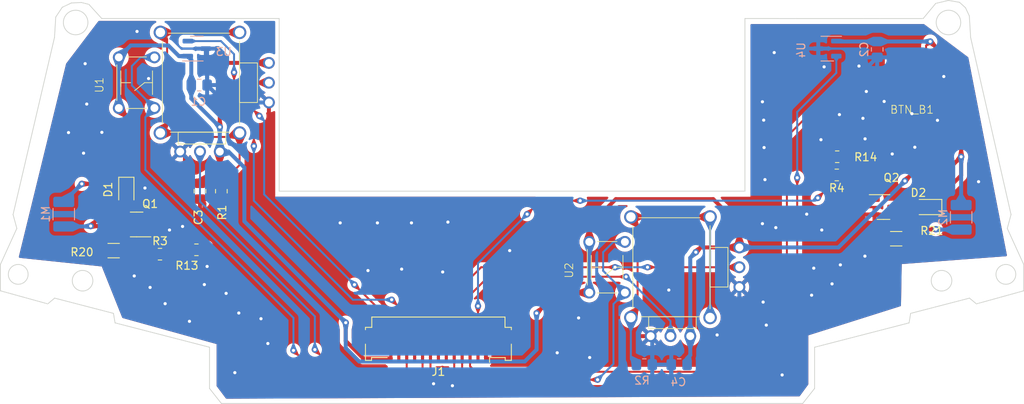
<source format=kicad_pcb>
(kicad_pcb (version 20221018) (generator pcbnew)
  (layers (0 "F.Cu" signal) (31 "B.Cu" signal) (34 "B.Paste" user) (35 "F.Paste" user) (36 "B.SilkS" user "B.Silkscreen") (37 "F.SilkS" user "F.Silkscreen") (38 "B.Mask" user) (39 "F.Mask" user) (44 "Edge.Cuts" user))
  (net 0 "")
  (net 1 "+3V3")
  (net 2 "/BTN_B")
  (net 3 "GND")
  (net 4 "Net-(D1-A)")
  (net 5 "Net-(D2-A)")
  (net 6 "/MOTOR1")
  (net 7 "Net-(Q1-D)")
  (net 8 "/MOTOR2")
  (net 9 "Net-(Q2-D)")
  (net 10 "Net-(U1-Shield)")
  (net 11 "Net-(U2-Shield)")
  (net 12 "/LEFT_X")
  (net 13 "/LEFT_Y")
  (net 14 "/LEFT_HALL")
  (net 15 "/RIGHT_X")
  (net 16 "/RIGHT_Y")
  (net 17 "/RIGHT_HALL")
  (net 18 "/LEFT_BTN")
  (net 19 "/RIGHT_BTN")
  (net 20 "Net-(Q1-G)")
  (net 21 "Net-(Q2-G)")
  (footprint "Package_TO_SOT_SMD:SOT-23-3" (layer "F.Cu") (at 188 124.3)
    (fp_text reference "Q2" (at 1 -3.7) (layer "F.SilkS"))
    (fp_text value "AO3400A")
    (pad "1" smd roundrect (at -1.1375 -0.95) (size 1.325 0.6) (layers "F.Cu" "F.Paste" "F.Mask") (net 21 "Net-(Q2-G)"))
    (pad "2" smd roundrect (at -1.1375 0.95) (size 1.325 0.6) (layers "F.Cu" "F.Paste" "F.Mask") (net 3 "GND"))
    (pad "3" smd roundrect (at 1.1375 0) (size 1.325 0.6) (layers "F.Cu" "F.Paste" "F.Mask") (net 9 "Net-(Q2-D)"))
  )
  (footprint "stick:touch" (layer "F.Cu") (at 191.2 108)
    (fp_text reference "BTN_B1" (at 0.4 4 unlocked) (layer "F.SilkS") (effects (font (thickness 0.1))))
    (fp_text value "SW_PUSH" hide)
    (pad "1" smd roundrect (at -0.05 -2.09375) (size 3.35 0.6875) (layers "F.Cu" "F.Paste" "F.Mask") (net 1 "+3V3"))
    (pad "1" smd roundrect (at -0.05 0.00625) (size 3.35 0.6875) (layers "F.Cu" "F.Paste" "F.Mask") (net 1 "+3V3"))
    (pad "1" smd roundrect (at -0.05 2.05) (size 3.35 0.6875) (layers "F.Cu" "F.Paste" "F.Mask") (net 1 "+3V3"))
    (pad "1" smd roundrect (at 2.175 -2.1 90) (size 0.6 0.35) (layers "F.Cu" "F.Paste" "F.Mask") (net 1 "+3V3"))
    (pad "1" smd roundrect (at 2.175 0 90) (size 0.6 0.35) (layers "F.Cu" "F.Paste" "F.Mask") (net 1 "+3V3"))
    (pad "1" smd roundrect (at 2.175 2.044867 90) (size 0.589734 0.35) (layers "F.Cu" "F.Paste" "F.Mask") (net 1 "+3V3"))
    (pad "2" smd roundrect (at -2.35 -2.1 90) (size 0.684374 0.36875) (layers "F.Cu" "F.Paste" "F.Mask") (net 2 "/BTN_B"))
    (pad "2" smd roundrect (at -2.35 -1.05 90) (size 0.684374 0.36875) (layers "F.Cu" "F.Paste" "F.Mask") (net 2 "/BTN_B"))
    (pad "2" smd roundrect (at -2.35 1.05 90) (size 0.634375 0.36875) (layers "F.Cu" "F.Paste" "F.Mask") (net 2 "/BTN_B"))
    (pad "2" smd roundrect (at -2.35 2.05 90) (size 0.684374 0.36875) (layers "F.Cu" "F.Paste" "F.Mask") (net 2 "/BTN_B"))
    (pad "2" smd roundrect (at -0.05 -1.05) (size 3.35 0.6875) (layers "F.Cu" "F.Paste" "F.Mask") (net 2 "/BTN_B"))
    (pad "2" smd roundrect (at -0.05 1.05) (size 3.35 0.6875) (layers "F.Cu" "F.Paste" "F.Mask") (net 2 "/BTN_B"))
  )
  (footprint "stick:GULI" (layer "F.Cu") (at 161.1 131.9 90)
    (fp_text reference "U2" (at -0.4 -12.8 90 unlocked) (layer "F.SilkS") (effects (font (thickness 0.1))))
    (fp_text value "GULI" hide)
    (pad "1" thru_hole circle (at -8.7 -2.5 180) (size 1.5 1.5) (drill 1) (layers "*.Cu" "*.Mask") (net 3 "GND"))
    (pad "1" thru_hole circle (at -2.5 8.7 90) (size 1.5 1.5) (drill 1) (layers "*.Cu" "*.Mask") (net 3 "GND"))
    (pad "2" thru_hole circle (at -8.7 2.5 180) (size 1.5 1.5) (drill 1) (layers "*.Cu" "*.Mask") (net 1 "+3V3"))
    (pad "2" thru_hole circle (at 2.5 8.7 90) (size 1.5 1.5) (drill 1) (layers "*.Cu" "*.Mask") (net 1 "+3V3"))
    (pad "3" thru_hole circle (at -6.35 -5 90) (size 1.7 1.7) (drill 1.2) (layers "*.Cu" "*.Mask") (net 11 "Net-(U2-Shield)"))
    (pad "3" thru_hole circle (at -6.35 5 90) (size 1.7 1.7) (drill 1.2) (layers "*.Cu" "*.Mask") (net 11 "Net-(U2-Shield)"))
    (pad "3" thru_hole circle (at 6.35 -5 90) (size 1.7 1.7) (drill 1.2) (layers "*.Cu" "*.Mask") (net 11 "Net-(U2-Shield)"))
    (pad "3" thru_hole circle (at 6.35 5 90) (size 1.7 1.7) (drill 1.2) (layers "*.Cu" "*.Mask") (net 11 "Net-(U2-Shield)"))
    (pad "4" thru_hole circle (at -3.2 -5.75 180) (size 1.5 1.5) (drill 1) (layers "*.Cu" "*.Mask") (net 19 "/RIGHT_BTN"))
    (pad "4" thru_hole circle (at 3.2 -5.75 180) (size 1.5 1.5) (drill 1) (layers "*.Cu" "*.Mask") (net 19 "/RIGHT_BTN"))
    (pad "5" thru_hole circle (at -3.2 -10.25 180) (size 1.5 1.5) (drill 1) (layers "*.Cu" "*.Mask") (net 1 "+3V3"))
    (pad "5" thru_hole circle (at 3.2 -10.25 180) (size 1.5 1.5) (drill 1) (layers "*.Cu" "*.Mask") (net 1 "+3V3"))
    (pad "6" thru_hole circle (at -8.7 0 180) (size 1.5 1.5) (drill 1) (layers "*.Cu" "*.Mask") (net 16 "/RIGHT_Y"))
    (pad "7" thru_hole circle (at 0 8.7 90) (size 1.5 1.5) (drill 1) (layers "*.Cu" "*.Mask") (net 15 "/RIGHT_X"))
  )
  (footprint "stick:GULI" (layer "F.Cu") (at 101.7 108.6 90)
    (fp_text reference "U1" (at -0.3 -12.7 90 unlocked) (layer "F.SilkS") (effects (font (thickness 0.1))))
    (fp_text value "GULI" hide)
    (pad "1" thru_hole circle (at -8.7 -2.5 180) (size 1.5 1.5) (drill 1) (layers "*.Cu" "*.Mask") (net 3 "GND"))
    (pad "1" thru_hole circle (at -2.5 8.7 90) (size 1.5 1.5) (drill 1) (layers "*.Cu" "*.Mask") (net 3 "GND"))
    (pad "2" thru_hole circle (at -8.7 2.5 180) (size 1.5 1.5) (drill 1) (layers "*.Cu" "*.Mask") (net 1 "+3V3"))
    (pad "2" thru_hole circle (at 2.5 8.7 90) (size 1.5 1.5) (drill 1) (layers "*.Cu" "*.Mask") (net 1 "+3V3"))
    (pad "3" thru_hole circle (at -6.35 -5 90) (size 1.7 1.7) (drill 1.2) (layers "*.Cu" "*.Mask") (net 10 "Net-(U1-Shield)"))
    (pad "3" thru_hole circle (at -6.35 5 90) (size 1.7 1.7) (drill 1.2) (layers "*.Cu" "*.Mask") (net 10 "Net-(U1-Shield)"))
    (pad "3" thru_hole circle (at 6.35 -5 90) (size 1.7 1.7) (drill 1.2) (layers "*.Cu" "*.Mask") (net 10 "Net-(U1-Shield)"))
    (pad "3" thru_hole circle (at 6.35 5 90) (size 1.7 1.7) (drill 1.2) (layers "*.Cu" "*.Mask") (net 10 "Net-(U1-Shield)"))
    (pad "4" thru_hole circle (at -3.2 -5.75 180) (size 1.5 1.5) (drill 1) (layers "*.Cu" "*.Mask") (net 18 "/LEFT_BTN"))
    (pad "4" thru_hole circle (at 3.2 -5.75 180) (size 1.5 1.5) (drill 1) (layers "*.Cu" "*.Mask") (net 18 "/LEFT_BTN"))
    (pad "5" thru_hole circle (at -3.2 -10.25 180) (size 1.5 1.5) (drill 1) (layers "*.Cu" "*.Mask") (net 1 "+3V3"))
    (pad "5" thru_hole circle (at 3.2 -10.25 180) (size 1.5 1.5) (drill 1) (layers "*.Cu" "*.Mask") (net 1 "+3V3"))
    (pad "6" thru_hole circle (at -8.7 0 180) (size 1.5 1.5) (drill 1) (layers "*.Cu" "*.Mask") (net 13 "/LEFT_Y"))
    (pad "7" thru_hole circle (at 0 8.7 90) (size 1.5 1.5) (drill 1) (layers "*.Cu" "*.Mask") (net 12 "/LEFT_X"))
  )
  (footprint "Resistor_SMD:R_0805_2012Metric_Pad1.20x1.40mm_HandSolder" (layer "F.Cu") (at 96.65 130.25)
    (fp_text reference "R3" (at 0 -1.65) (layer "F.SilkS"))
    (fp_text value "1K")
    (pad "1" smd roundrect (at -1 0) (size 1.2 1.4) (layers "F.Cu" "F.Paste" "F.Mask") (roundrect_rratio 0.208333) (net 20 "Net-(Q1-G)"))
    (pad "2" smd roundrect (at 1 0) (size 1.2 1.4) (layers "F.Cu" "F.Paste" "F.Mask") (roundrect_rratio 0.208333) (net 6 "/MOTOR1"))
  )
  (footprint "Resistor_SMD:R_0805_2012Metric_Pad1.20x1.40mm_HandSolder" (layer "F.Cu") (at 182.1 120.25 180)
    (fp_text reference "R4" (at 0 -1.65) (layer "F.SilkS"))
    (fp_text value "1K")
    (pad "1" smd roundrect (at -1 0 180) (size 1.2 1.4) (layers "F.Cu" "F.Paste" "F.Mask") (roundrect_rratio 0.208333) (net 21 "Net-(Q2-G)"))
    (pad "2" smd roundrect (at 1 0 180) (size 1.2 1.4) (layers "F.Cu" "F.Paste" "F.Mask") (roundrect_rratio 0.208333) (net 8 "/MOTOR2"))
  )
  (footprint "Resistor_SMD:R_0805_2012Metric_Pad1.20x1.40mm_HandSolder" (layer "F.Cu") (at 182.15 117.95 180)
    (fp_text reference "R14" (at -3.6 -0.05) (layer "F.SilkS"))
    (fp_text value "10K")
    (pad "1" smd roundrect (at -1 0 180) (size 1.2 1.4) (layers "F.Cu" "F.Paste" "F.Mask") (roundrect_rratio 0.208333) (net 3 "GND"))
    (pad "2" smd roundrect (at 1 0 180) (size 1.2 1.4) (layers "F.Cu" "F.Paste" "F.Mask") (roundrect_rratio 0.208333) (net 8 "/MOTOR2"))
  )
  (footprint "Connector_FFC-FPC:Molex_200528-0130_1x13-1MP_P1.00mm_Horizontal" (layer "F.Cu") (at 131.8 142.49 180)
    (fp_text reference "J1" (at 0 -2.61) (layer "F.SilkS"))
    (fp_text value "Conn_01x13_Pin")
    (pad "1" smd rect (at -6 -0.91 180) (size 0.4 1) (layers "F.Cu" "F.Paste" "F.Mask") (net 3 "GND"))
    (pad "2" smd rect (at -5 -0.91 180) (size 0.4 1) (layers "F.Cu" "F.Paste" "F.Mask") (net 8 "/MOTOR2"))
    (pad "3" smd rect (at -4 -0.91 180) (size 0.4 1) (layers "F.Cu" "F.Paste" "F.Mask") (net 2 "/BTN_B"))
    (pad "4" smd rect (at -3 -0.91 180) (size 0.4 1) (layers "F.Cu" "F.Paste" "F.Mask") (net 19 "/RIGHT_BTN"))
    (pad "5" smd rect (at -2 -0.91 180) (size 0.4 1) (layers "F.Cu" "F.Paste" "F.Mask") (net 17 "/RIGHT_HALL"))
    (pad "6" smd rect (at -1 -0.91 180) (size 0.4 1) (layers "F.Cu" "F.Paste" "F.Mask") (net 16 "/RIGHT_Y"))
    (pad "7" smd rect (at 0 -0.91 180) (size 0.4 1) (layers "F.Cu" "F.Paste" "F.Mask") (net 15 "/RIGHT_X"))
    (pad "8" smd rect (at 1 -0.91 180) (size 0.4 1) (layers "F.Cu" "F.Paste" "F.Mask") (net 6 "/MOTOR1"))
    (pad "9" smd rect (at 2 -0.91 180) (size 0.4 1) (layers "F.Cu" "F.Paste" "F.Mask") (net 18 "/LEFT_BTN"))
    (pad "10" smd rect (at 3 -0.91 180) (size 0.4 1) (layers "F.Cu" "F.Paste" "F.Mask") (net 14 "/LEFT_HALL"))
    (pad "11" smd rect (at 4 -0.91 180) (size 0.4 1) (layers "F.Cu" "F.Paste" "F.Mask") (net 13 "/LEFT_Y"))
    (pad "12" smd rect (at 5 -0.91 180) (size 0.4 1) (layers "F.Cu" "F.Paste" "F.Mask") (net 12 "/LEFT_X"))
    (pad "13" smd rect (at 6 -0.91 180) (size 0.4 1) (layers "F.Cu" "F.Paste" "F.Mask") (net 1 "+3V3"))
    (pad "MP" smd rect (at -8.8 1.79 180) (size 2 1.3) (layers "F.Cu" "F.Paste" "F.Mask"))
    (pad "MP" smd rect (at 8.8 1.79 180) (size 2 1.3) (layers "F.Cu" "F.Paste" "F.Mask"))
  )
  (footprint "Resistor_SMD:R_1206_3216Metric_Pad1.30x1.75mm_HandSolder" (layer "F.Cu") (at 90.8 129.8 180)
    (fp_text reference "R20" (at 4 -0.2) (layer "F.SilkS"))
    (fp_text value "10R")
    (pad "1" smd roundrect (at -1.55 0 180) (size 1.3 1.75) (layers "F.Cu" "F.Paste" "F.Mask") (roundrect_rratio 0.192308) (net 7 "Net-(Q1-D)"))
    (pad "2" smd roundrect (at 1.55 0 180) (size 1.3 1.75) (layers "F.Cu" "F.Paste" "F.Mask") (roundrect_rratio 0.192308) (net 4 "Net-(D1-A)"))
  )
  (footprint "Resistor_SMD:R_1206_3216Metric_Pad1.30x1.75mm_HandSolder" (layer "F.Cu") (at 189.6 128.3)
    (fp_text reference "R21" (at 4.5 -1) (layer "F.SilkS"))
    (fp_text value "10R")
    (pad "1" smd roundrect (at -1.55 0) (size 1.3 1.75) (layers "F.Cu" "F.Paste" "F.Mask") (roundrect_rratio 0.192308) (net 9 "Net-(Q2-D)"))
    (pad "2" smd roundrect (at 1.55 0) (size 1.3 1.75) (layers "F.Cu" "F.Paste" "F.Mask") (roundrect_rratio 0.192308) (net 5 "Net-(D2-A)"))
  )
  (footprint "Resistor_SMD:R_0805_2012Metric_Pad1.20x1.40mm_HandSolder" (layer "F.Cu") (at 101.7 122.3 -90)
    (fp_text reference "C3" (at 3.3 0.2 90) (layer "F.SilkS"))
    (fp_text value "100nF")
    (pad "1" smd roundrect (at -1 0 270) (size 1.2 1.4) (layers "F.Cu" "F.Paste" "F.Mask") (roundrect_rratio 0.208333) (net 1 "+3V3"))
    (pad "2" smd roundrect (at 1 0 270) (size 1.2 1.4) (layers "F.Cu" "F.Paste" "F.Mask") (roundrect_rratio 0.208333) (net 3 "GND"))
  )
  (footprint "Diode_SMD:D_0805_2012Metric_Pad1.15x1.40mm_HandSolder" (layer "F.Cu") (at 193.5 124.3 180)
    (fp_text reference "D2" (at 1.1 1.8) (layer "F.SilkS"))
    (fp_text value "D")
    (pad "1" smd roundrect (at -1.025 0 180) (size 1.15 1.4) (layers "F.Cu" "F.Paste" "F.Mask") (roundrect_rratio 0.217391) (net 1 "+3V3"))
    (pad "2" smd roundrect (at 1.025 0 180) (size 1.15 1.4) (layers "F.Cu" "F.Paste" "F.Mask") (roundrect_rratio 0.217391) (net 5 "Net-(D2-A)"))
  )
  (footprint "Package_TO_SOT_SMD:SOT-23-3" (layer "F.Cu") (at 93.7 126.5 180)
    (fp_text reference "Q1" (at -1.7 2.6) (layer "F.SilkS"))
    (fp_text value "AO3400A")
    (pad "1" smd roundrect (at -1.1375 -0.95 180) (size 1.325 0.6) (layers "F.Cu" "F.Paste" "F.Mask") (net 20 "Net-(Q1-G)"))
    (pad "2" smd roundrect (at -1.1375 0.95 180) (size 1.325 0.6) (layers "F.Cu" "F.Paste" "F.Mask") (net 3 "GND"))
    (pad "3" smd roundrect (at 1.1375 0 180) (size 1.325 0.6) (layers "F.Cu" "F.Paste" "F.Mask") (net 7 "Net-(Q1-D)"))
  )
  (footprint "Resistor_SMD:R_0805_2012Metric_Pad1.20x1.40mm_HandSolder" (layer "F.Cu") (at 101.25 129.7 180)
    (fp_text reference "R13" (at 1.2 -2) (layer "F.SilkS"))
    (fp_text value "10K")
    (pad "1" smd roundrect (at -1 0 180) (size 1.2 1.4) (layers "F.Cu" "F.Paste" "F.Mask") (roundrect_rratio 0.208333) (net 3 "GND"))
    (pad "2" smd roundrect (at 1 0 180) (size 1.2 1.4) (layers "F.Cu" "F.Paste" "F.Mask") (roundrect_rratio 0.208333) (net 6 "/MOTOR1"))
  )
  (footprint "Diode_SMD:D_0805_2012Metric_Pad1.15x1.40mm_HandSolder" (layer "F.Cu") (at 92.4 122.4 -90)
    (fp_text reference "D1" (at -0.3 2.3 90) (layer "F.SilkS"))
    (fp_text value "D")
    (pad "1" smd roundrect (at -1.025 0 270) (size 1.15 1.4) (layers "F.Cu" "F.Paste" "F.Mask") (roundrect_rratio 0.217391) (net 1 "+3V3"))
    (pad "2" smd roundrect (at 1.025 0 270) (size 1.15 1.4) (layers "F.Cu" "F.Paste" "F.Mask") (roundrect_rratio 0.217391) (net 4 "Net-(D1-A)"))
  )
  (footprint "Resistor_SMD:R_0805_2012Metric_Pad1.20x1.40mm_HandSolder" (layer "F.Cu") (at 104.4 122.3 90)
    (fp_text reference "R1" (at -2.7 0.1 90) (layer "F.SilkS"))
    (fp_text value "1M")
    (pad "1" smd roundrect (at -1 0 90) (size 1.2 1.4) (layers "F.Cu" "F.Paste" "F.Mask") (roundrect_rratio 0.208333) (net 3 "GND"))
    (pad "2" smd roundrect (at 1 0 90) (size 1.2 1.4) (layers "F.Cu" "F.Paste" "F.Mask") (roundrect_rratio 0.208333) (net 10 "Net-(U1-Shield)"))
  )
  (footprint "Resistor_SMD:R_0805_2012Metric_Pad1.20x1.40mm_HandSolder" (layer "B.Cu") (at 101.6 108.9)
    (fp_text reference "C1" (at -0.1 2.1) (layer "B.SilkS") (effects (justify mirror)))
    (fp_text value "100nF")
    (pad "1" smd roundrect (at -1 0) (size 1.2 1.4) (layers "B.Cu" "B.Paste" "B.Mask") (roundrect_rratio 0.208333) (net 1 "+3V3"))
    (pad "2" smd roundrect (at 1 0) (size 1.2 1.4) (layers "B.Cu" "B.Paste" "B.Mask") (roundrect_rratio 0.208333) (net 3 "GND"))
  )
  (footprint "Resistor_SMD:R_0805_2012Metric_Pad1.20x1.40mm_HandSolder" (layer "B.Cu") (at 187.2 104.4 -90)
    (fp_text reference "C2" (at 0 1.65 -270) (layer "B.SilkS") (effects (justify mirror)))
    (fp_text value "100nF")
    (pad "1" smd roundrect (at -1 0 270) (size 1.2 1.4) (layers "B.Cu" "B.Paste" "B.Mask") (roundrect_rratio 0.208333) (net 1 "+3V3"))
    (pad "2" smd roundrect (at 1 0 270) (size 1.2 1.4) (layers "B.Cu" "B.Paste" "B.Mask") (roundrect_rratio 0.208333) (net 3 "GND"))
  )
  (footprint "Package_TO_SOT_SMD:SOT-23-3" (layer "B.Cu") (at 101.3 104.3)
    (fp_text reference "U3" (at 3.4 0.4) (layer "B.SilkS") (effects (justify mirror)))
    (fp_text value "DRV5055A1xDBZxQ1")
    (pad "1" smd roundrect (at -1.1375 0.95) (size 1.325 0.6) (layers "B.Cu" "B.Paste" "B.Mask") (net 1 "+3V3"))
    (pad "2" smd roundrect (at -1.1375 -0.95) (size 1.325 0.6) (layers "B.Cu" "B.Paste" "B.Mask") (net 14 "/LEFT_HALL"))
    (pad "3" smd roundrect (at 1.1375 0) (size 1.325 0.6) (layers "B.Cu" "B.Paste" "B.Mask") (net 3 "GND"))
  )
  (footprint "Package_TO_SOT_SMD:SOT-23-3" (layer "B.Cu") (at 180.9 104.3 180)
    (fp_text reference "U4" (at 3.3 -0.2 90) (layer "B.SilkS") (effects (justify mirror)))
    (fp_text value "DRV5055A1xDBZxQ1")
    (pad "1" smd roundrect (at -1.1375 0.95 180) (size 1.325 0.6) (layers "B.Cu" "B.Paste" "B.Mask") (net 1 "+3V3"))
    (pad "2" smd roundrect (at -1.1375 -0.95 180) (size 1.325 0.6) (layers "B.Cu" "B.Paste" "B.Mask") (net 17 "/RIGHT_HALL"))
    (pad "3" smd roundrect (at 1.1375 0 180) (size 1.325 0.6) (layers "B.Cu" "B.Paste" "B.Mask") (net 3 "GND"))
  )
  (footprint "Resistor_SMD:R_0805_2012Metric_Pad1.20x1.40mm_HandSolder" (layer "B.Cu") (at 157.8 144.2 180)
    (fp_text reference "R2" (at 0.3 -2) (layer "B.SilkS") (effects (justify mirror)))
    (fp_text value "1M")
    (pad "1" smd roundrect (at -1 0 180) (size 1.2 1.4) (layers "B.Cu" "B.Paste" "B.Mask") (roundrect_rratio 0.208333) (net 3 "GND"))
    (pad "2" smd roundrect (at 1 0 180) (size 1.2 1.4) (layers "B.Cu" "B.Paste" "B.Mask") (roundrect_rratio 0.208333) (net 11 "Net-(U2-Shield)"))
  )
  (footprint "Resistor_SMD:R_0805_2012Metric_Pad1.20x1.40mm_HandSolder" (layer "B.Cu") (at 162.2 144.2 180)
    (fp_text reference "C4" (at 0.1 -2.2) (layer "B.SilkS") (effects (justify mirror)))
    (fp_text value "100nF")
    (pad "1" smd roundrect (at -1 0 180) (size 1.2 1.4) (layers "B.Cu" "B.Paste" "B.Mask") (roundrect_rratio 0.208333) (net 1 "+3V3"))
    (pad "2" smd roundrect (at 1 0 180) (size 1.2 1.4) (layers "B.Cu" "B.Paste" "B.Mask") (roundrect_rratio 0.208333) (net 3 "GND"))
  )
  (footprint "Resistor_SMD:R_1210_3225Metric_Pad1.30x2.65mm_HandSolder" (layer "B.Cu") (at 197.8 125.6 -90)
    (fp_text reference "M2" (at 0 2.28 90) (layer "B.SilkS") (effects (justify mirror)))
    (fp_text value "Motor_DC")
    (pad "1" smd roundrect (at -1.55 0 270) (size 1.3 2.65) (layers "B.Cu" "B.Paste" "B.Mask") (roundrect_rratio 0.192308) (net 1 "+3V3"))
    (pad "2" smd roundrect (at 1.55 0 270) (size 1.3 2.65) (layers "B.Cu" "B.Paste" "B.Mask") (roundrect_rratio 0.192308) (net 5 "Net-(D2-A)"))
  )
  (footprint "Resistor_SMD:R_1210_3225Metric_Pad1.30x2.65mm_HandSolder" (layer "B.Cu") (at 84.5 125.2 -90)
    (fp_text reference "M1" (at 0 2.28 90) (layer "B.SilkS") (effects (justify mirror)))
    (fp_text value "Motor_DC")
    (pad "1" smd roundrect (at -1.55 0 270) (size 1.3 2.65) (layers "B.Cu" "B.Paste" "B.Mask") (roundrect_rratio 0.192308) (net 1 "+3V3"))
    (pad "2" smd roundrect (at 1.55 0 270) (size 1.3 2.65) (layers "B.Cu" "B.Paste" "B.Mask") (roundrect_rratio 0.192308) (net 4 "Net-(D1-A)"))
  )
  (gr_line (start 198.35 99.14) (end 198.83 100.16) (stroke (width 0.1)) (layer "Edge.Cuts"))
  (gr_line (start 205.7 134.875) (end 205.7 131.55) (stroke (width 0.1)) (layer "Edge.Cuts"))
  (gr_line (start 82.475 136.525) (end 76.5 134.875) (stroke (width 0.1)) (layer "Edge.Cuts"))
  (gr_line (start 83.49 100.31) (end 84.31 99.08) (stroke (width 0.1)) (layer "Edge.Cuts"))
  (gr_circle (center 195.325 133.6) (end 196.625 133.6) (stroke (width 0.1)) (fill none) (layer "Edge.Cuts"))
  (gr_line (start 179.3 147.2) (end 179.3 142) (stroke (width 0.1)) (layer "Edge.Cuts"))
  (gr_line (start 205.7 131.55) (end 203.625 127) (stroke (width 0.1)) (layer "Edge.Cuts"))
  (gr_line (start 82.475 136.525) (end 83.35 135.8) (stroke (width 0.1)) (layer "Edge.Cuts"))
  (gr_line (start 111.7 122.3) (end 111.7 100.5) (stroke (width 0.1)) (layer "Edge.Cuts"))
  (gr_line (start 76.5 131.55) (end 78.575 127) (stroke (width 0.1)) (layer "Edge.Cuts"))
  (gr_line (start 104.4 149.1) (end 102.9 147.2) (stroke (width 0.1)) (layer "Edge.Cuts"))
  (gr_circle (center 86 101) (end 87.55 101) (stroke (width 0.1)) (fill none) (layer "Edge.Cuts"))
  (gr_line (start 199.725 136.525) (end 205.7 134.875) (stroke (width 0.1)) (layer "Edge.Cuts"))
  (gr_line (start 177.8 149.1) (end 179.3 147.2) (stroke (width 0.1)) (layer "Edge.Cuts"))
  (gr_line (start 90.775 137.725) (end 83.35 135.8) (stroke (width 0.1)) (layer "Edge.Cuts"))
  (gr_line (start 78.575 127) (end 78.1 125.25) (stroke (width 0.1)) (layer "Edge.Cuts"))
  (gr_line (start 111.7 122.3) (end 170.5 122.3) (stroke (width 0.1)) (layer "Edge.Cuts"))
  (gr_line (start 196.19 98.21) (end 197.59 98.45) (stroke (width 0.1)) (layer "Edge.Cuts"))
  (gr_line (start 194.59 98.59) (end 196.19 98.21) (stroke (width 0.1)) (layer "Edge.Cuts"))
  (gr_line (start 90.975 138.925) (end 90.775 137.725) (stroke (width 0.1)) (layer "Edge.Cuts"))
  (gr_circle (center 86.875 133.6) (end 88.175 133.6) (stroke (width 0.1)) (fill none) (layer "Edge.Cuts"))
  (gr_line (start 76.5 134.875) (end 76.5 131.55) (stroke (width 0.1)) (layer "Edge.Cuts"))
  (gr_line (start 102.9 147.2) (end 102.9 142) (stroke (width 0.1)) (layer "Edge.Cuts"))
  (gr_line (start 193 100.50868) (end 194.59 98.59) (stroke (width 0.1)) (layer "Edge.Cuts"))
  (gr_line (start 83.49 100.31) (end 83.329344 102.89132) (stroke (width 0.1)) (layer "Edge.Cuts"))
  (gr_line (start 191.225 138.925) (end 191.425 137.725) (stroke (width 0.1)) (layer "Edge.Cuts"))
  (gr_line (start 203.625 127) (end 204.1 125.25) (stroke (width 0.1)) (layer "Edge.Cuts"))
  (gr_line (start 199 102.9) (end 204.1 125.25) (stroke (width 0.1)) (layer "Edge.Cuts"))
  (gr_line (start 170.5 100.5) (end 193 100.50868) (stroke (width 0.1)) (layer "Edge.Cuts"))
  (gr_line (start 191.425 137.725) (end 198.85 135.8) (stroke (width 0.1)) (layer "Edge.Cuts"))
  (gr_line (start 86.74 98.48) (end 87.67 98.71) (stroke (width 0.1)) (layer "Edge.Cuts"))
  (gr_line (start 78.1 125.25) (end 83.329344 102.89132) (stroke (width 0.1)) (layer "Edge.Cuts"))
  (gr_line (start 111.7 100.5) (end 89.3 100.5) (stroke (width 0.1)) (layer "Edge.Cuts"))
  (gr_line (start 87.67 98.71) (end 89.3 100.5) (stroke (width 0.1)) (layer "Edge.Cuts"))
  (gr_line (start 170.5 122.3) (end 170.5 100.5) (stroke (width 0.1)) (layer "Edge.Cuts"))
  (gr_circle (center 78.75 132.8) (end 80 132.8) (stroke (width 0.1)) (fill none) (layer "Edge.Cuts"))
  (gr_line (start 85.47 98.53) (end 86.74 98.48) (stroke (width 0.1)) (layer "Edge.Cuts"))
  (gr_line (start 104.4 149.1) (end 177.8 149.1) (stroke (width 0.1)) (layer "Edge.Cuts"))
  (gr_circle (center 196.2 101) (end 197.75 101) (stroke (width 0.1)) (fill none) (layer "Edge.Cuts"))
  (gr_line (start 197.59 98.45) (end 198.35 99.14) (stroke (width 0.1)) (layer "Edge.Cuts"))
  (gr_circle (center 203.45 132.8) (end 204.7 132.8) (stroke (width 0.1)) (fill none) (layer "Edge.Cuts"))
  (gr_line (start 179.3 142) (end 191.225 138.925) (stroke (width 0.1)) (layer "Edge.Cuts"))
  (gr_line (start 198.85 135.8) (end 199.725 136.525) (stroke (width 0.1)) (layer "Edge.Cuts"))
  (gr_line (start 199 102.9) (end 198.83 100.16) (stroke (width 0.1)) (layer "Edge.Cuts"))
  (gr_line (start 102.9 142) (end 90.975 138.925) (stroke (width 0.1)) (layer "Edge.Cuts"))
  (gr_line (start 84.31 99.08) (end 85.47 98.53) (stroke (width 0.1)) (layer "Edge.Cuts"))
  (segment (start 104.2 118.8) (end 104.2 117.3) (width 0.5) (layer "F.Cu") (net 1))
  (segment (start 166.5 123.3) (end 169.8 126.6) (width 0.5) (layer "F.Cu") (net 1))
  (segment (start 191.15 110.05) (end 193.369867 110.05) (width 0.25) (layer "F.Cu") (net 1))
  (segment (start 104.9 106.1) (end 110.4 106.1) (width 0.5) (layer "F.Cu") (net 1))
  (segment (start 193.375 110.044867) (end 193.375 105.9) (width 0.25) (layer "F.Cu") (net 1))
  (segment (start 101.7 121.3) (end 104.2 118.8) (width 0.5) (layer "F.Cu") (net 1))
  (segment (start 150.85 126.65) (end 154.2 123.3) (width 0.5) (layer "F.Cu") (net 1))
  (segment (start 191.5 120.2) (end 195.55 120.2) (width 0.5) (layer "F.Cu") (net 1))
  (segment (start 104.2 106.8) (end 104.9 106.1) (width 0.5) (layer "F.Cu") (net 1))
  (segment (start 193.369867 110.05) (end 193.375 110.044867) (width 0.25) (layer "F.Cu") (net 1))
  (segment (start 194.525 124.3) (end 194.525 123.575) (width 0.5) (layer "F.Cu") (net 1))
  (segment (start 92.3 112.65) (end 92.3 121.275) (width 0.5) (layer "F.Cu") (net 1))
  (segment (start 144.2 137.7) (end 146.8 135.1) (width 0.5) (layer "F.Cu") (net 1))
  (segment (start 197.8 112.9) (end 197.8 107.3) (width 0.5) (layer "F.Cu") (net 1))
  (segment (start 193.375 105.9) (end 193.375 103.925) (width 0.25) (layer "F.Cu") (net 1))
  (segment (start 104.2 114.2) (end 104.2 106.8) (width 0.5) (layer "F.Cu") (net 1))
  (segment (start 164.3 130) (end 164.9 129.4) (width 0.5) (layer "F.Cu") (net 1))
  (segment (start 193.375 103.925) (end 193.9 103.4) (width 0.25) (layer "F.Cu") (net 1))
  (segment (start 169.8 126.6) (end 169.8 129.4) (width 0.5) (layer "F.Cu") (net 1))
  (segment (start 191.15 108.00625) (end 193.36875 108.00625) (width 0.25) (layer "F.Cu") (net 1))
  (segment (start 197.8 120.3) (end 197.8 117.95) (width 0.5) (layer "F.Cu") (net 1))
  (segment (start 92.3 121.275) (end 92.4 121.375) (width 0.5) (layer "F.Cu") (net 1))
  (segment (start 164.9 129.4) (end 169.8 129.4) (width 0.5) (layer "F.Cu") (net 1))
  (segment (start 191.15 105.90625) (end 193.36875 105.90625) (width 0.25) (layer "F.Cu") (net 1))
  (segment (start 150.85 128.7) (end 150.85 126.65) (width 0.5) (layer "F.Cu") (net 1))
  (segment (start 190.7 121) (end 191.5 120.2) (width 0.5) (layer "F.Cu") (net 1))
  (segment (start 193.36875 108.00625) (end 193.375 108) (width 0.25) (layer "F.Cu") (net 1))
  (segment (start 197.8 107.3) (end 193.9 103.4) (width 0.5) (layer "F.Cu") (net 1))
  (segment (start 197.8 117.95) (end 197.8 112.9) (width 0.5) (layer "F.Cu") (net 1))
  (segment (start 86.775 121.375) (end 92.4 121.375) (width 0.5) (layer "F.Cu") (net 1))
  (segment (start 193.36875 105.90625) (end 193.375 105.9) (width 0.25) (layer "F.Cu") (net 1))
  (segment (start 120.1 138.9) (end 120.1 141.2) (width 0.5) (layer "F.Cu") (net 1))
  (segment (start 122.3 143.4) (end 125.8 143.4) (width 0.5) (layer "F.Cu") (net 1))
  (segment (start 194.525 123.575) (end 197.8 120.3) (width 0.5) (layer "F.Cu") (net 1))
  (segment (start 146.8 135.1) (end 150.85 135.1) (width 0.5) (layer "F.Cu") (net 1))
  (segment (start 91.45 111.8) (end 92.3 112.65) (width 0.5) (layer "F.Cu") (net 1))
  (segment (start 120.1 141.2) (end 122.3 143.4) (width 0.5) (layer "F.Cu") (net 1))
  (segment (start 195.55 120.2) (end 197.8 117.95) (width 0.5) (layer "F.Cu") (net 1))
  (segment (start 154.2 123.3) (end 166.5 123.3) (width 0.5) (layer "F.Cu") (net 1))
  (via (at 120.1 138.9) (size 0.8) (drill 0.4) (layers "F.Cu" "B.Cu") (net 1))
  (via (at 86.775 121.375) (size 0.8) (drill 0.4) (layers "F.Cu" "B.Cu") (net 1))
  (via (at 197.8 117.95) (size 0.8) (drill 0.4) (layers "F.Cu" "B.Cu") (net 1))
  (via (at 193.9 103.4) (size 0.8) (drill 0.4) (layers "F.Cu" "B.Cu") (net 1))
  (via (at 164.3 130) (size 0.8) (drill 0.4) (layers "F.Cu" "B.Cu") (net 1))
  (via (at 144.2 137.7) (size 0.8) (drill 0.4) (layers "F.Cu" "B.Cu") (net 1))
  (via (at 104.2 114.2) (size 0.8) (drill 0.4) (layers "F.Cu" "B.Cu") (net 1))
  (via (at 190.7 121) (size 0.8) (drill 0.4) (layers "F.Cu" "B.Cu") (net 1))
  (segment (start 182.0875 103.4) (end 182.0375 103.35) (width 0.5) (layer "B.Cu") (net 1))
  (segment (start 163.6 143) (end 163.6 140.6) (width 0.5) (layer "B.Cu") (net 1))
  (segment (start 163.6 130.7) (end 164.3 130) (width 0.5) (layer "B.Cu") (net 1))
  (segment (start 163.2 144.2) (end 163.2 143.4) (width 0.5) (layer "B.Cu") (net 1))
  (segment (start 100.1625 105.25) (end 99.05 105.25) (width 0.5) (layer "B.Cu") (net 1))
  (segment (start 142.7 143.8) (end 121.8 143.8) (width 0.5) (layer "B.Cu") (net 1))
  (segment (start 99.05 105.25) (end 97.7 103.9) (width 0.5) (layer "B.Cu") (net 1))
  (segment (start 104.2 114.2) (end 104.2 117.3) (width 0.5) (layer "B.Cu") (net 1))
  (segment (start 144.2 137.7) (end 144.2 142.3) (width 0.5) (layer "B.Cu") (net 1))
  (segment (start 97.7 103.9) (end 92.95 103.9) (width 0.5) (layer "B.Cu") (net 1))
  (segment (start 104.2 117.3) (end 105.3 117.3) (width 0.5) (layer "B.Cu") (net 1))
  (segment (start 100.6 110.6) (end 104.2 114.2) (width 0.5) (layer "B.Cu") (net 1))
  (segment (start 144.2 142.3) (end 142.7 143.8) (width 0.5) (layer "B.Cu") (net 1))
  (segment (start 107.3 126.1) (end 120.1 138.9) (width 0.5) (layer "B.Cu") (net 1))
  (segment (start 84.5 123.65) (end 86.775 121.375) (width 0.5) (layer "B.Cu") (net 1))
  (segment (start 105.3 117.3) (end 107.3 119.3) (width 0.5) (layer "B.Cu") (net 1))
  (segment (start 91.45 111.8) (end 91.45 105.4) (width 0.5) (layer "B.Cu") (net 1))
  (segment (start 187.2 103.4) (end 182.0875 103.4) (width 0.5) (layer "B.Cu") (net 1))
  (segment (start 100.6 108.9) (end 100.6 105.6875) (width 0.5) (layer "B.Cu") (net 1))
  (segment (start 100.6 105.6875) (end 100.1625 105.25) (width 0.5) (layer "B.Cu") (net 1))
  (segment (start 120.1 142.1) (end 120.1 138.9) (width 0.5) (layer "B.Cu") (net 1))
  (segment (start 163.6 140.6) (end 163.6 130.7) (width 0.5) (layer "B.Cu") (net 1))
  (segment (start 169.8 129.4) (end 182.3 129.4) (width 0.5) (layer "B.Cu") (net 1))
  (segment (start 163.2 141) (end 163.6 140.6) (width 0.5) (layer "B.Cu") (net 1))
  (segment (start 193.9 103.4) (end 187.2 103.4) (width 0.5) (layer "B.Cu") (net 1))
  (segment (start 150.85 135.1) (end 150.85 128.7) (width 0.5) (layer "B.Cu") (net 1))
  (segment (start 121.8 143.8) (end 120.1 142.1) (width 0.5) (layer "B.Cu") (net 1))
  (segment (start 100.6 108.9) (end 100.6 110.6) (width 0.5) (layer "B.Cu") (net 1))
  (segment (start 107.3 119.3) (end 107.3 126.1) (width 0.5) (layer "B.Cu") (net 1))
  (segment (start 182.3 129.4) (end 190.7 121) (width 0.5) (layer "B.Cu") (net 1))
  (segment (start 197.8 124.05) (end 197.8 117.95) (width 0.5) (layer "B.Cu") (net 1))
  (segment (start 163.2 143.4) (end 163.6 143) (width 0.5) (layer "B.Cu") (net 1))
  (segment (start 92.95 103.9) (end 91.45 105.4) (width 0.5) (layer "B.Cu") (net 1))
  (segment (start 188.85 109.05) (end 191.15 109.05) (width 0.25) (layer "F.Cu") (net 2))
  (segment (start 175.8 139.8) (end 175.8 115.4) (width 0.25) (layer "F.Cu") (net 2))
  (segment (start 170.5 145.1) (end 175.8 139.8) (width 0.25) (layer "F.Cu") (net 2))
  (segment (start 135.8 143.4) (end 135.8 144.4) (width 0.25) (layer "F.Cu") (net 2))
  (segment (start 188.85 110.05) (end 188.85 105.9) (width 0.25) (layer "F.Cu") (net 2))
  (segment (start 175.8 115.4) (end 183.6 107.6) (width 0.25) (layer "F.Cu") (net 2))
  (segment (start 187.4 107.6) (end 188.85 109.05) (width 0.25) (layer "F.Cu") (net 2))
  (segment (start 183.6 107.6) (end 187.4 107.6) (width 0.25) (layer "F.Cu") (net 2))
  (segment (start 191.15 106.95) (end 188.85 106.95) (width 0.25) (layer "F.Cu") (net 2))
  (segment (start 135.8 144.4) (end 136.5 145.1) (width 0.25) (layer "F.Cu") (net 2))
  (segment (start 136.5 145.1) (end 170.5 145.1) (width 0.25) (layer "F.Cu") (net 2))
  (segment (start 102.4 129.8) (end 140.8 129.8) (width 0.5) (layer "F.Cu") (net 3))
  (segment (start 101.7 123.3) (end 104.4 123.3) (width 0.5) (layer "F.Cu") (net 3))
  (segment (start 181.1 125.25) (end 178.35 125.25) (width 0.5) (layer "F.Cu") (net 3))
  (segment (start 180.5 106.6) (end 184.8 106.6) (width 0.5) (layer "F.Cu") (net 3))
  (segment (start 178.3 125.2) (end 178.45 125.2) (width 0.5) (layer "F.Cu") (net 3))
  (segment (start 152.1 140.6) (end 158.6 140.6) (width 0.5) (layer "F.Cu") (net 3))
  (segment (start 110.4 118.9) (end 110.4 111.1) (width 0.5) (layer "F.Cu") (net 3))
  (segment (start 151.8 140.6) (end 152.1 140.6) (width 0.5) (layer "F.Cu") (net 3))
  (segment (start 149.5 138.3) (end 151.8 140.6) (width 0.5) (layer "F.Cu") (net 3))
  (segment (start 99.8 122) (end 101.1 123.3) (width 0.5) (layer "F.Cu") (net 3))
  (segment (start 186.8625 125.25) (end 181.1 125.25) (width 0.5) (layer "F.Cu") (net 3))
  (segment (start 106 123.3) (end 110.4 118.9) (width 0.5) (layer "F.Cu") (net 3))
  (segment (start 137.8 139.7) (end 138.7 138.8) (width 0.5) (layer "F.Cu") (net 3))
  (segment (start 174.4 126.9) (end 174.4 110.2) (width 0.5) (layer "F.Cu") (net 3))
  (segment (start 99.8 117.9) (end 99.8 122) (width 0.5) (layer "F.Cu") (net 3))
  (segment (start 178 106.6) (end 180.5 106.6) (width 0.5) (layer "F.Cu") (net 3))
  (segment (start 146.9 138.8) (end 148.7 140.6) (width 0.5) (layer "F.Cu") (net 3))
  (segment (start 101.7 123.3) (end 102.25 123.85) (width 0.5) (layer "F.Cu") (net 3))
  (segment (start 178.35 125.25) (end 178.3 125.2) (width 0.5) (layer "F.Cu") (net 3))
  (segment (start 174.4 110.2) (end 178 106.6) (width 0.5) (layer "F.Cu") (net 3))
  (segment (start 184.8 106.6) (end 184.9 106.5) (width 0.5) (layer "F.Cu") (net 3))
  (segment (start 138.7 138.8) (end 146.9 138.8) (width 0.5) (layer "F.Cu") (net 3))
  (segment (start 174.4 129.8) (end 174.4 126.9) (width 0.5) (layer "F.Cu") (net 3))
  (segment (start 148.7 140.6) (end 152.1 140.6) (width 0.5) (layer "F.Cu") (net 3))
  (segment (start 102.25 123.85) (end 102.25 129.7) (width 0.5) (layer "F.Cu") (net 3))
  (segment (start 137.8 143.4) (end 137.8 139.7) (width 0.5) (layer "F.Cu") (net 3))
  (segment (start 101.7 123.3) (end 101.7 123.4) (width 0.5) (layer "F.Cu") (net 3))
  (segment (start 101.1 123.3) (end 101.7 123.3) (width 0.5) (layer "F.Cu") (net 3))
  (segment (start 99.2 117.3) (end 99.8 117.9) (width 0.5) (layer "F.Cu") (net 3))
  (segment (start 104.4 123.3) (end 106 123.3) (width 0.5) (layer "F.Cu") (net 3))
  (segment (start 169.8 134.4) (end 174.4 129.8) (width 0.5) (layer "F.Cu") (net 3))
  (via (at 109.4 138.4) (size 0.8) (drill 0.4) (layers "F.Cu" "B.Cu") (net 3))
  (via (at 195.61 107.82) (size 0.8) (drill 0.4) (layers "F.Cu" "B.Cu") (net 3))
  (via (at 97.85 127.2) (size 0.8) (drill 0.4) (layers "F.Cu" "B.Cu") (net 3))
  (via (at 175.2 145.5) (size 0.8) (drill 0.4) (layers "F.Cu" "B.Cu") (net 3))
  (via (at 172.87 113.33) (size 0.8) (drill 0.4) (layers "F.Cu" "B.Cu") (net 3))
  (via (at 194.81 113.35) (size 0.8) (drill 0.4) (layers "F.Cu" "B.Cu") (net 3))
  (via (at 189.1 117.6) (size 0.8) (drill 0.4) (layers "F.Cu" "B.Cu") (net 3))
  (via (at 127.16 132.14) (size 0.8) (drill 0.4) (layers "F.Cu" "B.Cu") (net 3))
  (via (at 174.2 104.8) (size 0.8) (drill 0.4) (layers "F.Cu" "B.Cu") (net 3))
  (via (at 172.8 136.3) (size 0.8) (drill 0.4) (layers "F.Cu" "B.Cu") (net 3))
  (via (at 99.5 126.75) (size 0.8) (drill 0.4) (layers "F.Cu" "B.Cu") (net 3))
  (via (at 180.1 115.8) (size 0.8) (drill 0.4) (layers "F.Cu" "B.Cu") (net 3))
  (via (at 93.75 102.13) (size 0.8) (drill 0.4) (layers "F.Cu" "B.Cu") (net 3))
  (via (at 181.5 134) (size 0.8) (drill 0.4) (layers "F.Cu" "B.Cu") (net 3))
  (via (at 185.65 130.5) (size 0.8) (drill 0.4) (layers "F.Cu" "B.Cu") (net 3))
  (via (at 178.92 135.43) (size 0.8) (drill 0.4) (layers "F.Cu" "B.Cu") (net 3))
  (via (at 185.67 115.69) (size 0.8) (drill 0.4) (layers "F.Cu" "B.Cu") (net 3))
  (via (at 172.92 116.79) (size 0.8) (drill 0.4) (layers "F.Cu" "B.Cu") (net 3))
  (via (at 182.43 112.63) (size 0.8) (drill 0.4) (layers "F.Cu" "B.Cu") (net 3))
  (via (at 122.91 132.32) (size 0.8) (drill 0.4) (layers "F.Cu" "B.Cu") (net 3))
  (via (at 180.2 127.2) (size 0.8) (drill 0.4) (layers "F.Cu" "B.Cu") (net 3))
  (via (at 100.37 138.73) (size 0.8) (drill 0.4) (layers "F.Cu" "B.Cu") (net 3))
  (via (at 200 121.1) (size 0.8) (drill 0.4) (layers "F.Cu" "B.Cu") (net 3))
  (via (at 89.31 114.87) (size 0.8) (drill 0.4) (layers "F.Cu" "B.Cu") (net 3))
  (via (at 149.5 138.3) (size 0.8) (drill 0.4) (layers "F.Cu" "B.Cu") (net 3))
  (via (at 87.2 106.2) (size 0.8) (drill 0.4) (layers "F.Cu" "B.Cu") (net 3))
  (via (at 94.75 121.9) (size 0.8) (drill 0.4) (layers "F.Cu" "B.Cu") (net 3))
  (via (at 106.6 137.68) (size 0.8) (drill 0.4) (layers "F.Cu" "B.Cu") (net 3))
  (via (at 102.25 134.09) (size 0.8) (drill 0.4) (layers "F.Cu" "B.Cu") (net 3))
  (via (at 133.57 146.86) (size 0.8) (drill 0.4) (layers "F.Cu" "B.Cu") (net 3))
  (via (at 105 135.2) (size 0.8) (drill 0.4) (layers "F.Cu" "B.Cu") (net 3))
  (via (at 180.5 106.6) (size 0.8) (drill 0.4) (layers "F.Cu" "B.Cu") (net 3))
  (via (at 179.19 132.02) (size 0.8) (drill 0.4) (layers "F.Cu" "B.Cu") (net 3))
  (via (at 93.4 133) (size 0.8) (drill 0.4) (layers "F.Cu" "B.Cu") (net 3))
  (via (at 131.19 146.61) (size 0.8) (drill 0.4) (layers "F.Cu" "B.Cu") (net 3))
  (via (at 95.4 134.45) (size 0.8) (drill 0.4) (layers "F.Cu" "B.Cu") (net 3))
  (via (at 172.71 111.01) (size 0.8) (drill 0.4) (layers "F.Cu" "B.Cu") (net 3))
  (via (at 119.4 126.3) (size 0.8) (drill 0.4) (layers "F.Cu" "B.Cu") (net 3))
  (via (at 172.71 126.4) (size 0.8) (drill 0.4) (layers "F.Cu" "B.Cu") (net 3))
  (via (at 184.9 106.5) (size 0.8) (drill 0.4) (layers "F.Cu" "B.Cu") (net 3))
  (via (at 87.4 111.3) (size 0.8) (drill 0.4) (layers "F.Cu" "B.Cu") (net 3))
  (via (at 173.2 139.21) (size 0.8) (drill 0.4) (layers "F.Cu" "B.Cu") (net 3))
  (via (at 173.03 120.84) (size 0.8) (drill 0.4) (layers "F.Cu" "B.Cu") (net 3))
  (via (at 178.3 125.2) (size 0.8) (drill 0.4) (layers "F.Cu" "B.Cu") (net 3))
  (via (at 110.27 141.53) (size 0.8) (drill 0.4) (layers "F.Cu" "B.Cu") (net 3))
  (via (at 182.55 131.6) (size 0.8) (drill 0.4) (layers "F.Cu" "B.Cu") (net 3))
  (via (at 146.8 142.7) (size 0.8) (drill 0.4) (layers "F.Cu" "B.Cu") (net 3))
  (via (at 85.1 114.9) (size 0.8) (drill 0.4) (layers "F.Cu" "B.Cu") (net 3))
  (via (at 166.99 140.45) (size 0.8) (drill 0.4) (layers "F.Cu" "B.Cu") (net 3))
  (via (at 124.1 126.3) (size 0.8) (drill 0.4) (layers "F.Cu" "B.Cu") (net 3))
  (via (at 185.4 113.1) (size 0.8) (drill 0.4) (layers "F.Cu" "B.Cu") (net 3))
  (via (at 102.6 131.8) (size 0.8) (drill 0.4) (layers "F.Cu" "B.Cu") (net 3))
  (via (at 133 126.2) (size 0.8) (drill 0.4) (layers "F.Cu" "B.Cu") (net 3))
  (via (at 185.83 109.71) (size 0.8) (drill 0.4) (layers "F.Cu" "B.Cu") (net 3))
  (via (at 191.58 112.51) (size 0.8) (drill 0.4) (layers "F.Cu" "B.Cu") (net 3))
  (via (at 128.4 126.3) (size 0.8) (drill 0.4) (layers "F.Cu" "B.Cu") (net 3))
  (via (at 132.34 132.5) (size 0.8) (drill 0.4) (layers "F.Cu" "B.Cu") (net 3))
  (via (at 140.8 129.8) (size 0.8) (drill 0.4) (layers "F.Cu" "B.Cu") (net 3))
  (via (at 191.95 116.75) (size 0.8) (drill 0.4) (layers "F.Cu" "B.Cu") (net 3))
  (via (at 174.4 126.9) (size 0.8) (drill 0.4) (layers "F.Cu" "B.Cu") (net 3))
  (via (at 150.9 143.3) (size 0.8) (drill 0.4) (layers "F.Cu" "B.Cu") (net 3))
  (via (at 97.3 136.5) (size 0.8) (drill 0.4) (layers "F.Cu" "B.Cu") (net 3))
  (via (at 95.21 108.08) (size 0.8) (drill 0.4) (layers "F.Cu" "B.Cu") (net 3))
  (via (at 160.89 134.78) (size 0.8) (drill 0.4) (layers "F.Cu" "B.Cu") (net 3))
  (via (at 87 117.5) (size 0.8) (drill 0.4) (layers "F.Cu" "B.Cu") (net 3))
  (via (at 188.08 110.97) (size 0.8) (drill 0.4) (layers "F.Cu" "B.Cu") (net 3))
  (via (at 106.1 145.21) (size 0.8) (drill 0.4) (layers "F.Cu" "B.Cu") (net 3))
  (segment (start 178.2 125.2) (end 178.3 125.2) (width 0.5) (layer "B.Cu") (net 3))
  (segment (start 184.9 106.5) (end 186.1 106.5) (width 0.5) (layer "B.Cu") (net 3))
  (segment (start 102.6 108.9) (end 104.8 111.1) (width 0.5) (layer "B.Cu") (net 3))
  (segment (start 102.6 108.9) (end 102.6 104.4625) (width 0.5) (layer "B.Cu") (net 3))
  (segment (start 104.8 111.1) (end 110.4 111.1) (width 0.5) (layer "B.Cu") (net 3))
  (segment (start 175.9 125.2) (end 178.2 125.2) (width 0.5) (layer "B.Cu") (net 3))
  (segment (start 174.4 126.7) (end 175.9 125.2) (width 0.5) (layer "B.Cu") (net 3))
  (segment (start 162.1 146.5) (end 166.8 146.5) (width 0.5) (layer "B.Cu") (net 3))
  (segment (start 186.1 106.5) (end 187.2 105.4) (width 0.5) (layer "B.Cu") (net 3))
  (segment (start 140.8 129.8) (end 149.3 138.3) (width 0.5) (layer "B.Cu") (net 3))
  (segment (start 166.8 146.5) (end 169.8 143.5) (width 0.5) (layer "B.Cu") (net 3))
  (segment (start 158.8 144.2) (end 158.8 140.8) (width 0.5) (layer "B.Cu") (net 3))
  (segment (start 102.6 104.4625) (end 102.4375 104.3) (width 0.5) (layer "B.Cu") (net 3))
  (segment (start 169.8 143.5) (end 169.8 134.4) (width 0.5) (layer "B.Cu") (net 3))
  (segment (start 179.7625 105.8625) (end 180.5 106.6) (width 0.5) (layer "B.Cu") (net 3))
  (segment (start 158.8 140.8) (end 158.6 140.6) (width 0.5) (layer "B.Cu") (net 3))
  (segment (start 149.3 138.3) (end 149.5 138.3) (width 0.5) (layer "B.Cu") (net 3))
  (segment (start 161.2 144.2) (end 158.8 144.2) (width 0.5) (layer "B.Cu") (net 3))
  (segment (start 174.4 126.9) (end 174.4 126.7) (width 0.5) (layer "B.Cu") (net 3))
  (segment (start 161.2 144.2) (end 161.2 145.6) (width 0.5) (layer "B.Cu") (net 3))
  (segment (start 161.2 145.6) (end 162.1 146.5) (width 0.5) (layer "B.Cu") (net 3))
  (segment (start 179.7625 104.3) (end 179.7625 105.8625) (width 0.5) (layer "B.Cu") (net 3))
  (segment (start 89 126.9) (end 89 129.55) (width 0.5) (layer "F.Cu") (net 4))
  (segment (start 89 129.55) (end 89.25 129.8) (width 0.5) (layer "F.Cu") (net 4))
  (segment (start 87.9 126.7) (end 88.8 126.7) (width 0.5) (layer "F.Cu") (net 4))
  (segment (start 88.8 126.7) (end 89 126.9) (width 0.5) (layer "F.Cu") (net 4))
  (segment (start 91.175 123.425) (end 92.4 123.425) (width 0.5) (layer "F.Cu") (net 4))
  (segment (start 87.9 126.7) (end 91.175 123.425) (width 0.5) (layer "F.Cu") (net 4))
  (via (at 87.9 126.7) (size 0.8) (drill 0.4) (layers "F.Cu" "B.Cu") (net 4))
  (segment (start 87.85 126.75) (end 87.9 126.7) (width 0.5) (layer "B.Cu") (net 4))
  (segment (start 84.5 126.75) (end 87.85 126.75) (width 0.5) (layer "B.Cu") (net 4))
  (segment (start 192.35 127.1) (end 193.8 127.1) (width 0.5) (layer "F.Cu") (net 5))
  (segment (start 192.475 125.775) (end 192.475 124.3) (width 0.5) (layer "F.Cu") (net 5))
  (segment (start 194.6 127.1) (end 193.8 127.1) (width 0.5) (layer "F.Cu") (net 5))
  (segment (start 191.15 128.3) (end 192.35 127.1) (width 0.5) (layer "F.Cu") (net 5))
  (segment (start 193.8 127.1) (end 192.475 125.775) (width 0.5) (layer "F.Cu") (net 5))
  (via (at 194.6 127.1) (size 0.8) (drill 0.4) (layers "F.Cu" "B.Cu") (net 5))
  (segment (start 197.8 127.15) (end 194.65 127.15) (width 0.5) (layer "B.Cu") (net 5))
  (segment (start 194.65 127.15) (end 194.6 127.1) (width 0.5) (layer "B.Cu") (net 5))
  (segment (start 97.65 133.15) (end 97.65 130.25) (width 0.25) (layer "F.Cu") (net 6))
  (segment (start 128.9 146.8) (end 111.3 146.8) (width 0.25) (layer "F.Cu") (net 6))
  (segment (start 130.8 143.4) (end 130.8 144.9) (width 0.25) (layer "F.Cu") (net 6))
  (segment (start 111.3 146.8) (end 97.65 133.15) (width 0.25) (layer "F.Cu") (net 6))
  (segment (start 97.65 130.25) (end 99.7 130.25) (width 0.25) (layer "F.Cu") (net 6))
  (segment (start 130.8 144.9) (end 128.9 146.8) (width 0.25) (layer "F.Cu") (net 6))
  (segment (start 99.7 130.25) (end 100.25 129.7) (width 0.25) (layer "F.Cu") (net 6))
  (segment (start 92.35 126.7125) (end 92.5625 126.5) (width 0.5) (layer "F.Cu") (net 7))
  (segment (start 92.4 126.3375) (end 92.5625 126.5) (width 0.25) (layer "F.Cu") (net 7))
  (segment (start 92.35 129.8) (end 92.35 126.7125) (width 0.5) (layer "F.Cu") (net 7))
  (segment (start 181.1 118) (end 181.15 117.95) (width 0.25) (layer "F.Cu") (net 8))
  (segment (start 144.7 123.5) (end 143 125.2) (width 0.25) (layer "F.Cu") (net 8))
  (segment (start 181.1 121.75) (end 181.1 120.25) (width 0.25) (layer "F.Cu") (net 8))
  (segment (start 181.1 120.25) (end 181.1 118) (width 0.25) (layer "F.Cu") (net 8))
  (segment (start 136.8 136.8) (end 136.8 143.4) (width 0.25) (layer "F.Cu") (net 8))
  (segment (start 149.7 123.5) (end 144.7 123.5) (width 0.25) (layer "F.Cu") (net 8))
  (segment (start 179.7 123.15) (end 181.1 121.75) (width 0.25) (layer "F.Cu") (net 8))
  (via (at 179.7 123.15) (size 0.8) (drill 0.4) (layers "F.Cu" "B.Cu") (net 8))
  (via (at 149.7 123.5) (size 0.8) (drill 0.4) (layers "F.Cu" "B.Cu") (net 8))
  (via (at 143 125.2) (size 0.8) (drill 0.4) (layers "F.Cu" "B.Cu") (net 8))
  (via (at 136.8 136.8) (size 0.8) (drill 0.4) (layers "F.Cu" "B.Cu") (net 8))
  (segment (start 179.35 123.5) (end 179.6 123.25) (width 0.25) (layer "B.Cu") (net 8))
  (segment (start 176.5 123.5) (end 179.35 123.5) (width 0.25) (layer "B.Cu") (net 8))
  (segment (start 179.6 123.25) (end 179.7 123.15) (width 0.25) (layer "B.Cu") (net 8))
  (segment (start 176.5 123.5) (end 149.7 123.5) (width 0.25) (layer "B.Cu") (net 8))
  (segment (start 136.8 136.8) (end 136.8 131.4) (width 0.25) (layer "B.Cu") (net 8))
  (segment (start 136.8 131.4) (end 143 125.2) (width 0.25) (layer "B.Cu") (net 8))
  (segment (start 189.3 127.05) (end 189.3 124.4625) (width 0.5) (layer "F.Cu") (net 9))
  (segment (start 188.05 128.3) (end 189.3 127.05) (width 0.5) (layer "F.Cu") (net 9))
  (segment (start 189.3 124.4625) (end 189.1375 124.3) (width 0.5) (layer "F.Cu") (net 9))
  (segment (start 97.55 114.1) (end 96.7 114.95) (width 0.25) (layer "F.Cu") (net 10))
  (segment (start 96.7 102.25) (end 106.7 102.25) (width 0.25) (layer "F.Cu") (net 10))
  (segment (start 96.7 114.95) (end 98.5 114.95) (width 0.25) (layer "F.Cu") (net 10))
  (segment (start 96.7 102.25) (end 97.55 103.1) (width 0.25) (layer "F.Cu") (net 10))
  (segment (start 106.2 115.45) (end 106.7 114.95) (width 0.25) (layer "F.Cu") (net 10))
  (segment (start 99 115.45) (end 106.2 115.45) (width 0.25) (layer "F.Cu") (net 10))
  (segment (start 98.5 114.95) (end 99 115.45) (width 0.25) (layer "F.Cu") (net 10))
  (segment (start 104.4 121.3) (end 106.7 119) (width 0.25) (layer "F.Cu") (net 10))
  (segment (start 106.7 119) (end 106.7 114.95) (width 0.25) (layer "F.Cu") (net 10))
  (segment (start 97.55 103.1) (end 97.55 114.1) (width 0.25) (layer "F.Cu") (net 10))
  (segment (start 156.95 126.4) (end 156.1 125.55) (width 0.25) (layer "F.Cu") (net 11))
  (segment (start 156.1 125.55) (end 166.1 125.55) (width 0.25) (layer "F.Cu") (net 11))
  (segment (start 156.95 137.4) (end 156.95 126.4) (width 0.25) (layer "F.Cu") (net 11))
  (segment (start 156.1 138.25) (end 156.95 137.4) (width 0.25) (layer "F.Cu") (net 11))
  (segment (start 166.1 138.25) (end 166.1 125.55) (width 0.25) (layer "B.Cu") (net 11))
  (segment (start 156.1 143.5) (end 156.1 138.25) (width 0.25) (layer "B.Cu") (net 11))
  (segment (start 156.8 144.2) (end 156.1 143.5) (width 0.25) (layer "B.Cu") (net 11))
  (segment (start 107.85 109.15) (end 107.85 111.45) (width 0.25) (layer "F.Cu") (net 12))
  (segment (start 110.4 108.6) (end 108.4 108.6) (width 0.25) (layer "F.Cu") (net 12))
  (segment (start 126.8 139.7) (end 126.8 143.4) (width 0.25) (layer "F.Cu") (net 12))
  (segment (start 108.4 108.6) (end 107.85 109.15) (width 0.25) (layer "F.Cu") (net 12))
  (segment (start 121.2 134.1) (end 126.8 139.7) (width 0.25) (layer "F.Cu") (net 12))
  (segment (start 107.85 111.45) (end 109.2 112.8) (width 0.25) (layer "F.Cu") (net 12))
  (via (at 109.2 112.8) (size 0.8) (drill 0.4) (layers "F.Cu" "B.Cu") (net 12))
  (via (at 121.2 134.1) (size 0.8) (drill 0.4) (layers "F.Cu" "B.Cu") (net 12))
  (segment (start 109.8 118.2) (end 109.8 122.7) (width 0.25) (layer "B.Cu") (net 12))
  (segment (start 109.8 113.4) (end 109.8 118.2) (width 0.25) (layer "B.Cu") (net 12))
  (segment (start 109.2 112.8) (end 109.8 113.4) (width 0.25) (layer "B.Cu") (net 12))
  (segment (start 111.7 124.6) (end 121.2 134.1) (width 0.25) (layer "B.Cu") (net 12))
  (segment (start 109.8 122.7) (end 111.7 124.6) (width 0.25) (layer "B.Cu") (net 12))
  (segment (start 116.2 142.3) (end 119.1 145.2) (width 0.25) (layer "F.Cu") (net 13))
  (segment (start 119.1 145.2) (end 127.2 145.2) (width 0.25) (layer "F.Cu") (net 13))
  (segment (start 127.2 145.2) (end 127.8 144.6) (width 0.25) (layer "F.Cu") (net 13))
  (segment (start 127.8 144.6) (end 127.8 143.4) (width 0.25) (layer "F.Cu") (net 13))
  (via (at 116.2 142.3) (size 0.8) (drill 0.4) (layers "F.Cu" "B.Cu") (net 13))
  (segment (start 116.2 138.1) (end 116.2 142.3) (width 0.25) (layer "B.Cu") (net 13))
  (segment (start 101.7 117.3) (end 101.7 123.6) (width 0.25) (layer "B.Cu") (net 13))
  (segment (start 104.5 126.4) (end 116.2 138.1) (width 0.25) (layer "B.Cu") (net 13))
  (segment (start 101.7 123.6) (end 104.5 126.4) (width 0.25) (layer "B.Cu") (net 13))
  (segment (start 128.8 138.9) (end 128.8 143.4) (width 0.25) (layer "F.Cu") (net 14))
  (segment (start 125.9 136) (end 128.8 138.9) (width 0.25) (layer "F.Cu") (net 14))
  (segment (start 106 107.3) (end 106 111.7) (width 0.25) (layer "F.Cu") (net 14))
  (segment (start 106 111.7) (end 108.5 114.2) (width 0.25) (layer "F.Cu") (net 14))
  (segment (start 108.5 114.2) (end 108.5 116.6) (width 0.25) (layer "F.Cu") (net 14))
  (via (at 108.5 116.6) (size 0.8) (drill 0.4) (layers "F.Cu" "B.Cu") (net 14))
  (via (at 125.9 136) (size 0.8) (drill 0.4) (layers "F.Cu" "B.Cu") (net 14))
  (via (at 106 107.3) (size 0.8) (drill 0.4) (layers "F.Cu" "B.Cu") (net 14))
  (segment (start 108.5 123.5) (end 121 136) (width 0.25) (layer "B.Cu") (net 14))
  (segment (start 100.1625 103.35) (end 104.35 103.35) (width 0.25) (layer "B.Cu") (net 14))
  (segment (start 108.5 116.6) (end 108.5 123.5) (width 0.25) (layer "B.Cu") (net 14))
  (segment (start 106 105) (end 106 107.3) (width 0.25) (layer "B.Cu") (net 14))
  (segment (start 121 136) (end 125.9 136) (width 0.25) (layer "B.Cu") (net 14))
  (segment (start 104.35 103.35) (end 106 105) (width 0.25) (layer "B.Cu") (net 14))
  (segment (start 169.8 131.9) (end 158.2 131.9) (width 0.25) (layer "F.Cu") (net 15))
  (segment (start 131.8 137.3) (end 131.8 143.4) (width 0.25) (layer "F.Cu") (net 15))
  (segment (start 137.2 131.9) (end 131.8 137.3) (width 0.25) (layer "F.Cu") (net 15))
  (segment (start 154.1 131.9) (end 137.2 131.9) (width 0.25) (layer "F.Cu") (net 15))
  (via (at 158.2 131.9) (size 0.8) (drill 0.4) (layers "F.Cu" "B.Cu") (net 15))
  (via (at 154.1 131.9) (size 0.8) (drill 0.4) (layers "F.Cu" "B.Cu") (net 15))
  (segment (start 158.2 131.9) (end 154.1 131.9) (width 0.25) (layer "B.Cu") (net 15))
  (segment (start 132.8 138.4) (end 132.8 143.4) (width 0.25) (layer "F.Cu") (net 16))
  (segment (start 138.1 133.1) (end 132.8 138.4) (width 0.25) (layer "F.Cu") (net 16))
  (segment (start 155.5 133.1) (end 138.1 133.1) (width 0.25) (layer "F.Cu") (net 16))
  (via (at 155.5 133.1) (size 0.8) (drill 0.4) (layers "F.Cu" "B.Cu") (net 16))
  (segment (start 161.1 138.7) (end 155.5 133.1) (width 0.25) (layer "B.Cu") (net 16))
  (segment (start 161.1 140.6) (end 161.1 138.7) (width 0.25) (layer "B.Cu") (net 16))
  (segment (start 177.1 140) (end 170.2 146.9) (width 0.25) (layer "F.Cu") (net 17))
  (segment (start 170.2 146.9) (end 135.5 146.9) (width 0.25) (layer "F.Cu") (net 17))
  (segment (start 135.5 146.9) (end 133.8 145.2) (width 0.25) (layer "F.Cu") (net 17))
  (segment (start 133.8 145.2) (end 133.8 143.4) (width 0.25) (layer "F.Cu") (net 17))
  (segment (start 177.1 120.6) (end 177.1 140) (width 0.25) (layer "F.Cu") (net 17))
  (via (at 177.1 120.6) (size 0.8) (drill 0.4) (layers "F.Cu" "B.Cu") (net 17))
  (segment (start 177.1 112.3) (end 177.1 120.6) (width 0.25) (layer "B.Cu") (net 17))
  (segment (start 182.0375 105.25) (end 182.0375 107.3625) (width 0.25) (layer "B.Cu") (net 17))
  (segment (start 182.0375 107.3625) (end 177.1 112.3) (width 0.25) (layer "B.Cu") (net 17))
  (segment (start 117 145.9) (end 128.7 145.9) (width 0.25) (layer "F.Cu") (net 18))
  (segment (start 113.5 142.4) (end 117 145.9) (width 0.25) (layer "F.Cu") (net 18))
  (segment (start 128.7 145.9) (end 129.8 144.8) (width 0.25) (layer "F.Cu") (net 18))
  (segment (start 129.8 144.8) (end 129.8 143.4) (width 0.25) (layer "F.Cu") (net 18))
  (via (at 113.5 142.4) (size 0.8) (drill 0.4) (layers "F.Cu" "B.Cu") (net 18))
  (segment (start 93.1 108.95) (end 93.1 106.5) (width 0.25) (layer "B.Cu") (net 18))
  (segment (start 95.95 111.8) (end 94.8 112.95) (width 0.25) (layer "B.Cu") (net 18))
  (segment (start 93.1 106.5) (end 94.2 105.4) (width 0.25) (layer "B.Cu") (net 18))
  (segment (start 94.2 105.4) (end 95.95 105.4) (width 0.25) (layer "B.Cu") (net 18))
  (segment (start 94.8 119.6) (end 102.2 127) (width 0.25) (layer "B.Cu") (net 18))
  (segment (start 95.95 111.8) (end 93.1 108.95) (width 0.25) (layer "B.Cu") (net 18))
  (segment (start 94.8 112.95) (end 94.8 119.6) (width 0.25) (layer "B.Cu") (net 18))
  (segment (start 113.5 138.3) (end 113.5 142.4) (width 0.25) (layer "B.Cu") (net 18))
  (segment (start 102.2 127) (end 113.5 138.3) (width 0.25) (layer "B.Cu") (net 18))
  (segment (start 136 146.1) (end 134.8 144.9) (width 0.25) (layer "F.Cu") (net 19))
  (segment (start 151.9 146.1) (end 136 146.1) (width 0.25) (layer "F.Cu") (net 19))
  (segment (start 134.8 144.9) (end 134.8 143.4) (width 0.25) (layer "F.Cu") (net 19))
  (via (at 151.9 146.1) (size 0.8) (drill 0.4) (layers "F.Cu" "B.Cu") (net 19))
  (segment (start 155.35 135.1) (end 153.9 136.55) (width 0.25) (layer "B.Cu") (net 19))
  (segment (start 153.9 136.9) (end 153.9 144.1) (width 0.25) (layer "B.Cu") (net 19))
  (segment (start 153.9 144.1) (end 151.9 146.1) (width 0.25) (layer "B.Cu") (net 19))
  (segment (start 152.6 132.35) (end 152.6 130) (width 0.25) (layer "B.Cu") (net 19))
  (segment (start 153.9 128.7) (end 155.35 128.7) (width 0.25) (layer "B.Cu") (net 19))
  (segment (start 153.9 136.55) (end 153.9 136.9) (width 0.25) (layer "B.Cu") (net 19))
  (segment (start 155.35 135.1) (end 152.6 132.35) (width 0.25) (layer "B.Cu") (net 19))
  (segment (start 152.6 130) (end 153.9 128.7) (width 0.25) (layer "B.Cu") (net 19))
  (segment (start 95.65 128.2625) (end 94.8375 127.45) (width 0.25) (layer "F.Cu") (net 20))
  (segment (start 95.65 130.25) (end 95.65 128.2625) (width 0.25) (layer "F.Cu") (net 20))
  (segment (start 186.8625 123.35) (end 186.2 123.35) (width 0.25) (layer "F.Cu") (net 21))
  (segment (start 186.2 123.35) (end 183.1 120.25) (width 0.25) (layer "F.Cu") (net 21))
  (zone (net 3) (net_name "GND") (layers "F&B.Cu") (connect_pads (clearance 0.5)) (min_thickness 0.25) (fill yes (thermal_gap 0.5) (thermal_bridge_width 0.5))
    (polygon (pts (xy 78.8 130.7) (xy 89.3 131.8) (xy 91.9 138.3) (xy 103.8 141.6) (xy 103.8 146.9) (xy 105 148.5) (xy 177.4 148.2) (xy 178.5 146.7) (xy 178.5 140.5) (xy 190.2 136.8) (xy 190.3 131.5) (xy 203.6 130.5) (xy 198.7 105.4) (xy 193.1 101.2) (xy 171.2 101.2) (xy 171.2 123) (xy 111.2 123) (xy 111.2 100.8) (xy 88.9 100.8) (xy 84.8 106.2)))
  )
)
</source>
